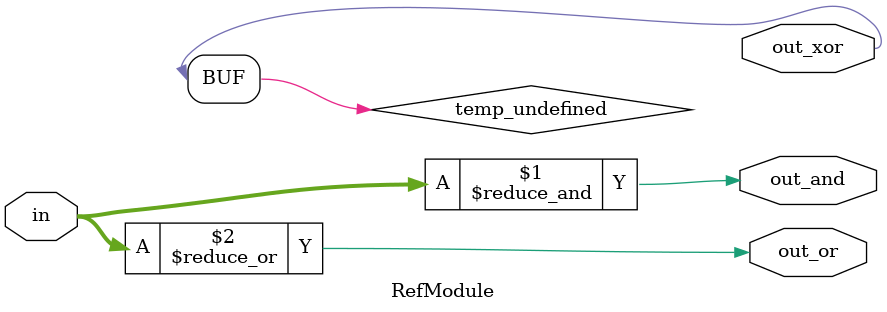
<source format=sv>

module RefModule (
  input [99:0] in,
  output out_and,
  output out_or,
  output out_xor
);

  assign out_and = &in;
  assign out_or = |in;
  assign out_xor = temp_undefined;

endmodule


</source>
